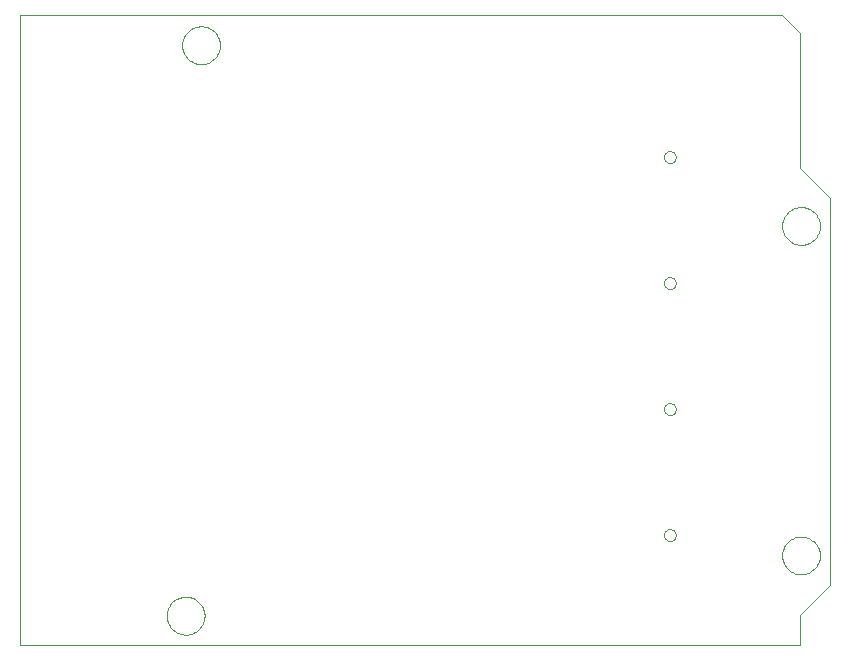
<source format=gm1>
G75*
%MOIN*%
%OFA0B0*%
%FSLAX24Y24*%
%IPPOS*%
%LPD*%
%AMOC8*
5,1,8,0,0,1.08239X$1,22.5*
%
%ADD10C,0.0000*%
D10*
X005125Y000500D02*
X005125Y021500D01*
X030525Y021500D01*
X031125Y020900D01*
X031125Y016400D01*
X032125Y015400D01*
X032125Y002500D01*
X031125Y001500D01*
X031125Y000500D01*
X005125Y000500D01*
X005125Y021496D01*
X010519Y020500D02*
X010521Y020550D01*
X010527Y020600D01*
X010537Y020649D01*
X010551Y020697D01*
X010568Y020744D01*
X010589Y020789D01*
X010614Y020833D01*
X010642Y020874D01*
X010674Y020913D01*
X010708Y020950D01*
X010745Y020984D01*
X010785Y021014D01*
X010827Y021041D01*
X010871Y021065D01*
X010917Y021086D01*
X010964Y021102D01*
X011012Y021115D01*
X011062Y021124D01*
X011111Y021129D01*
X011162Y021130D01*
X011212Y021127D01*
X011261Y021120D01*
X011310Y021109D01*
X011358Y021094D01*
X011404Y021076D01*
X011449Y021054D01*
X011492Y021028D01*
X011533Y020999D01*
X011572Y020967D01*
X011608Y020932D01*
X011640Y020894D01*
X011670Y020854D01*
X011697Y020811D01*
X011720Y020767D01*
X011739Y020721D01*
X011755Y020673D01*
X011767Y020624D01*
X011775Y020575D01*
X011779Y020525D01*
X011779Y020475D01*
X011775Y020425D01*
X011767Y020376D01*
X011755Y020327D01*
X011739Y020279D01*
X011720Y020233D01*
X011697Y020189D01*
X011670Y020146D01*
X011640Y020106D01*
X011608Y020068D01*
X011572Y020033D01*
X011533Y020001D01*
X011492Y019972D01*
X011449Y019946D01*
X011404Y019924D01*
X011358Y019906D01*
X011310Y019891D01*
X011261Y019880D01*
X011212Y019873D01*
X011162Y019870D01*
X011111Y019871D01*
X011062Y019876D01*
X011012Y019885D01*
X010964Y019898D01*
X010917Y019914D01*
X010871Y019935D01*
X010827Y019959D01*
X010785Y019986D01*
X010745Y020016D01*
X010708Y020050D01*
X010674Y020087D01*
X010642Y020126D01*
X010614Y020167D01*
X010589Y020211D01*
X010568Y020256D01*
X010551Y020303D01*
X010537Y020351D01*
X010527Y020400D01*
X010521Y020450D01*
X010519Y020500D01*
X026582Y016773D02*
X026584Y016800D01*
X026590Y016827D01*
X026599Y016853D01*
X026612Y016877D01*
X026628Y016900D01*
X026647Y016919D01*
X026669Y016936D01*
X026693Y016950D01*
X026718Y016960D01*
X026745Y016967D01*
X026772Y016970D01*
X026800Y016969D01*
X026827Y016964D01*
X026853Y016956D01*
X026877Y016944D01*
X026900Y016928D01*
X026921Y016910D01*
X026938Y016889D01*
X026953Y016865D01*
X026964Y016840D01*
X026972Y016814D01*
X026976Y016787D01*
X026976Y016759D01*
X026972Y016732D01*
X026964Y016706D01*
X026953Y016681D01*
X026938Y016657D01*
X026921Y016636D01*
X026900Y016618D01*
X026878Y016602D01*
X026853Y016590D01*
X026827Y016582D01*
X026800Y016577D01*
X026772Y016576D01*
X026745Y016579D01*
X026718Y016586D01*
X026693Y016596D01*
X026669Y016610D01*
X026647Y016627D01*
X026628Y016646D01*
X026612Y016669D01*
X026599Y016693D01*
X026590Y016719D01*
X026584Y016746D01*
X026582Y016773D01*
X030519Y014476D02*
X030521Y014526D01*
X030527Y014576D01*
X030537Y014625D01*
X030551Y014673D01*
X030568Y014720D01*
X030589Y014765D01*
X030614Y014809D01*
X030642Y014850D01*
X030674Y014889D01*
X030708Y014926D01*
X030745Y014960D01*
X030785Y014990D01*
X030827Y015017D01*
X030871Y015041D01*
X030917Y015062D01*
X030964Y015078D01*
X031012Y015091D01*
X031062Y015100D01*
X031111Y015105D01*
X031162Y015106D01*
X031212Y015103D01*
X031261Y015096D01*
X031310Y015085D01*
X031358Y015070D01*
X031404Y015052D01*
X031449Y015030D01*
X031492Y015004D01*
X031533Y014975D01*
X031572Y014943D01*
X031608Y014908D01*
X031640Y014870D01*
X031670Y014830D01*
X031697Y014787D01*
X031720Y014743D01*
X031739Y014697D01*
X031755Y014649D01*
X031767Y014600D01*
X031775Y014551D01*
X031779Y014501D01*
X031779Y014451D01*
X031775Y014401D01*
X031767Y014352D01*
X031755Y014303D01*
X031739Y014255D01*
X031720Y014209D01*
X031697Y014165D01*
X031670Y014122D01*
X031640Y014082D01*
X031608Y014044D01*
X031572Y014009D01*
X031533Y013977D01*
X031492Y013948D01*
X031449Y013922D01*
X031404Y013900D01*
X031358Y013882D01*
X031310Y013867D01*
X031261Y013856D01*
X031212Y013849D01*
X031162Y013846D01*
X031111Y013847D01*
X031062Y013852D01*
X031012Y013861D01*
X030964Y013874D01*
X030917Y013890D01*
X030871Y013911D01*
X030827Y013935D01*
X030785Y013962D01*
X030745Y013992D01*
X030708Y014026D01*
X030674Y014063D01*
X030642Y014102D01*
X030614Y014143D01*
X030589Y014187D01*
X030568Y014232D01*
X030551Y014279D01*
X030537Y014327D01*
X030527Y014376D01*
X030521Y014426D01*
X030519Y014476D01*
X026582Y012573D02*
X026584Y012600D01*
X026590Y012627D01*
X026599Y012653D01*
X026612Y012677D01*
X026628Y012700D01*
X026647Y012719D01*
X026669Y012736D01*
X026693Y012750D01*
X026718Y012760D01*
X026745Y012767D01*
X026772Y012770D01*
X026800Y012769D01*
X026827Y012764D01*
X026853Y012756D01*
X026877Y012744D01*
X026900Y012728D01*
X026921Y012710D01*
X026938Y012689D01*
X026953Y012665D01*
X026964Y012640D01*
X026972Y012614D01*
X026976Y012587D01*
X026976Y012559D01*
X026972Y012532D01*
X026964Y012506D01*
X026953Y012481D01*
X026938Y012457D01*
X026921Y012436D01*
X026900Y012418D01*
X026878Y012402D01*
X026853Y012390D01*
X026827Y012382D01*
X026800Y012377D01*
X026772Y012376D01*
X026745Y012379D01*
X026718Y012386D01*
X026693Y012396D01*
X026669Y012410D01*
X026647Y012427D01*
X026628Y012446D01*
X026612Y012469D01*
X026599Y012493D01*
X026590Y012519D01*
X026584Y012546D01*
X026582Y012573D01*
X026582Y012572D02*
X026584Y012599D01*
X026590Y012626D01*
X026599Y012652D01*
X026612Y012676D01*
X026628Y012699D01*
X026647Y012718D01*
X026669Y012735D01*
X026693Y012749D01*
X026718Y012759D01*
X026745Y012766D01*
X026772Y012769D01*
X026800Y012768D01*
X026827Y012763D01*
X026853Y012755D01*
X026877Y012743D01*
X026900Y012727D01*
X026921Y012709D01*
X026938Y012688D01*
X026953Y012664D01*
X026964Y012639D01*
X026972Y012613D01*
X026976Y012586D01*
X026976Y012558D01*
X026972Y012531D01*
X026964Y012505D01*
X026953Y012480D01*
X026938Y012456D01*
X026921Y012435D01*
X026900Y012417D01*
X026878Y012401D01*
X026853Y012389D01*
X026827Y012381D01*
X026800Y012376D01*
X026772Y012375D01*
X026745Y012378D01*
X026718Y012385D01*
X026693Y012395D01*
X026669Y012409D01*
X026647Y012426D01*
X026628Y012445D01*
X026612Y012468D01*
X026599Y012492D01*
X026590Y012518D01*
X026584Y012545D01*
X026582Y012572D01*
X026582Y008372D02*
X026584Y008399D01*
X026590Y008426D01*
X026599Y008452D01*
X026612Y008476D01*
X026628Y008499D01*
X026647Y008518D01*
X026669Y008535D01*
X026693Y008549D01*
X026718Y008559D01*
X026745Y008566D01*
X026772Y008569D01*
X026800Y008568D01*
X026827Y008563D01*
X026853Y008555D01*
X026877Y008543D01*
X026900Y008527D01*
X026921Y008509D01*
X026938Y008488D01*
X026953Y008464D01*
X026964Y008439D01*
X026972Y008413D01*
X026976Y008386D01*
X026976Y008358D01*
X026972Y008331D01*
X026964Y008305D01*
X026953Y008280D01*
X026938Y008256D01*
X026921Y008235D01*
X026900Y008217D01*
X026878Y008201D01*
X026853Y008189D01*
X026827Y008181D01*
X026800Y008176D01*
X026772Y008175D01*
X026745Y008178D01*
X026718Y008185D01*
X026693Y008195D01*
X026669Y008209D01*
X026647Y008226D01*
X026628Y008245D01*
X026612Y008268D01*
X026599Y008292D01*
X026590Y008318D01*
X026584Y008345D01*
X026582Y008372D01*
X026584Y008399D01*
X026590Y008426D01*
X026599Y008452D01*
X026612Y008476D01*
X026628Y008499D01*
X026647Y008518D01*
X026669Y008535D01*
X026693Y008549D01*
X026718Y008559D01*
X026745Y008566D01*
X026772Y008569D01*
X026800Y008568D01*
X026827Y008563D01*
X026853Y008555D01*
X026877Y008543D01*
X026900Y008527D01*
X026921Y008509D01*
X026938Y008488D01*
X026953Y008464D01*
X026964Y008439D01*
X026972Y008413D01*
X026976Y008386D01*
X026976Y008358D01*
X026972Y008331D01*
X026964Y008305D01*
X026953Y008280D01*
X026938Y008256D01*
X026921Y008235D01*
X026900Y008217D01*
X026878Y008201D01*
X026853Y008189D01*
X026827Y008181D01*
X026800Y008176D01*
X026772Y008175D01*
X026745Y008178D01*
X026718Y008185D01*
X026693Y008195D01*
X026669Y008209D01*
X026647Y008226D01*
X026628Y008245D01*
X026612Y008268D01*
X026599Y008292D01*
X026590Y008318D01*
X026584Y008345D01*
X026582Y008372D01*
X026582Y004172D02*
X026584Y004199D01*
X026590Y004226D01*
X026599Y004252D01*
X026612Y004276D01*
X026628Y004299D01*
X026647Y004318D01*
X026669Y004335D01*
X026693Y004349D01*
X026718Y004359D01*
X026745Y004366D01*
X026772Y004369D01*
X026800Y004368D01*
X026827Y004363D01*
X026853Y004355D01*
X026877Y004343D01*
X026900Y004327D01*
X026921Y004309D01*
X026938Y004288D01*
X026953Y004264D01*
X026964Y004239D01*
X026972Y004213D01*
X026976Y004186D01*
X026976Y004158D01*
X026972Y004131D01*
X026964Y004105D01*
X026953Y004080D01*
X026938Y004056D01*
X026921Y004035D01*
X026900Y004017D01*
X026878Y004001D01*
X026853Y003989D01*
X026827Y003981D01*
X026800Y003976D01*
X026772Y003975D01*
X026745Y003978D01*
X026718Y003985D01*
X026693Y003995D01*
X026669Y004009D01*
X026647Y004026D01*
X026628Y004045D01*
X026612Y004068D01*
X026599Y004092D01*
X026590Y004118D01*
X026584Y004145D01*
X026582Y004172D01*
X030519Y003492D02*
X030521Y003542D01*
X030527Y003592D01*
X030537Y003641D01*
X030551Y003689D01*
X030568Y003736D01*
X030589Y003781D01*
X030614Y003825D01*
X030642Y003866D01*
X030674Y003905D01*
X030708Y003942D01*
X030745Y003976D01*
X030785Y004006D01*
X030827Y004033D01*
X030871Y004057D01*
X030917Y004078D01*
X030964Y004094D01*
X031012Y004107D01*
X031062Y004116D01*
X031111Y004121D01*
X031162Y004122D01*
X031212Y004119D01*
X031261Y004112D01*
X031310Y004101D01*
X031358Y004086D01*
X031404Y004068D01*
X031449Y004046D01*
X031492Y004020D01*
X031533Y003991D01*
X031572Y003959D01*
X031608Y003924D01*
X031640Y003886D01*
X031670Y003846D01*
X031697Y003803D01*
X031720Y003759D01*
X031739Y003713D01*
X031755Y003665D01*
X031767Y003616D01*
X031775Y003567D01*
X031779Y003517D01*
X031779Y003467D01*
X031775Y003417D01*
X031767Y003368D01*
X031755Y003319D01*
X031739Y003271D01*
X031720Y003225D01*
X031697Y003181D01*
X031670Y003138D01*
X031640Y003098D01*
X031608Y003060D01*
X031572Y003025D01*
X031533Y002993D01*
X031492Y002964D01*
X031449Y002938D01*
X031404Y002916D01*
X031358Y002898D01*
X031310Y002883D01*
X031261Y002872D01*
X031212Y002865D01*
X031162Y002862D01*
X031111Y002863D01*
X031062Y002868D01*
X031012Y002877D01*
X030964Y002890D01*
X030917Y002906D01*
X030871Y002927D01*
X030827Y002951D01*
X030785Y002978D01*
X030745Y003008D01*
X030708Y003042D01*
X030674Y003079D01*
X030642Y003118D01*
X030614Y003159D01*
X030589Y003203D01*
X030568Y003248D01*
X030551Y003295D01*
X030537Y003343D01*
X030527Y003392D01*
X030521Y003442D01*
X030519Y003492D01*
X010007Y001484D02*
X010009Y001534D01*
X010015Y001584D01*
X010025Y001633D01*
X010039Y001681D01*
X010056Y001728D01*
X010077Y001773D01*
X010102Y001817D01*
X010130Y001858D01*
X010162Y001897D01*
X010196Y001934D01*
X010233Y001968D01*
X010273Y001998D01*
X010315Y002025D01*
X010359Y002049D01*
X010405Y002070D01*
X010452Y002086D01*
X010500Y002099D01*
X010550Y002108D01*
X010599Y002113D01*
X010650Y002114D01*
X010700Y002111D01*
X010749Y002104D01*
X010798Y002093D01*
X010846Y002078D01*
X010892Y002060D01*
X010937Y002038D01*
X010980Y002012D01*
X011021Y001983D01*
X011060Y001951D01*
X011096Y001916D01*
X011128Y001878D01*
X011158Y001838D01*
X011185Y001795D01*
X011208Y001751D01*
X011227Y001705D01*
X011243Y001657D01*
X011255Y001608D01*
X011263Y001559D01*
X011267Y001509D01*
X011267Y001459D01*
X011263Y001409D01*
X011255Y001360D01*
X011243Y001311D01*
X011227Y001263D01*
X011208Y001217D01*
X011185Y001173D01*
X011158Y001130D01*
X011128Y001090D01*
X011096Y001052D01*
X011060Y001017D01*
X011021Y000985D01*
X010980Y000956D01*
X010937Y000930D01*
X010892Y000908D01*
X010846Y000890D01*
X010798Y000875D01*
X010749Y000864D01*
X010700Y000857D01*
X010650Y000854D01*
X010599Y000855D01*
X010550Y000860D01*
X010500Y000869D01*
X010452Y000882D01*
X010405Y000898D01*
X010359Y000919D01*
X010315Y000943D01*
X010273Y000970D01*
X010233Y001000D01*
X010196Y001034D01*
X010162Y001071D01*
X010130Y001110D01*
X010102Y001151D01*
X010077Y001195D01*
X010056Y001240D01*
X010039Y001287D01*
X010025Y001335D01*
X010015Y001384D01*
X010009Y001434D01*
X010007Y001484D01*
M02*

</source>
